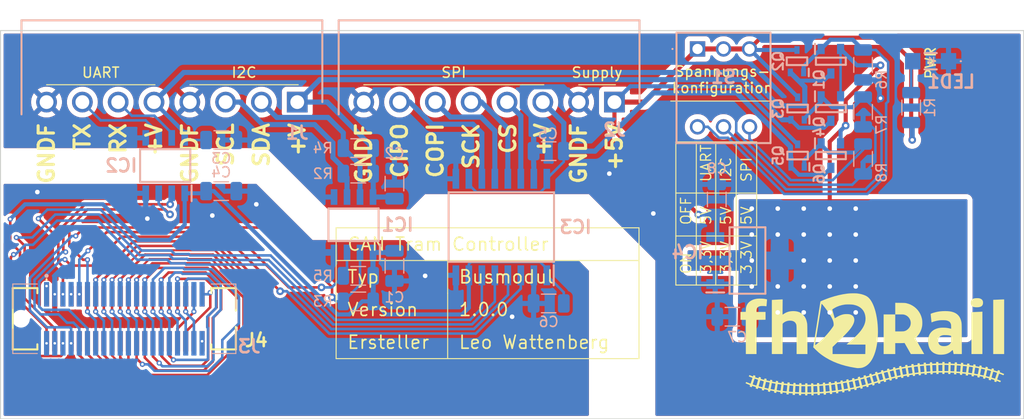
<source format=kicad_pcb>
(kicad_pcb (version 20241229) (generator "pcbnew") (generator_version "9.0")
  (layers (0 "F.Cu" signal) (2 "B.Cu" signal) (13 "F.Paste" user) (15 "B.Paste" user) (5 "F.SilkS" user "F.Silkscreen") (7 "B.SilkS" user "B.Silkscreen") (1 "F.Mask" user) (3 "B.Mask" user) (25 "Edge.Cuts" user))
  (net 0 "")
  (net 1 "GNDD")
  (net 2 "GNDF")
  (net 3 "V+_I2C")
  (net 4 "V+_UART")
  (net 5 "V+_SPI")
  (net 6 "+5VF")
  (net 7 "/SDA2")
  (net 8 "/SCL2")
  (net 9 "/SDA")
  (net 11 "/SCL")
  (net 14 "Net-(LED1-Pad2)")
  (net 15 "+3V3D")
  (net 16 "/VS_UART")
  (net 17 "/VS_I2C")
  (net 18 "/TX2")
  (net 19 "TX1")
  (net 20 "/RX2")
  (net 21 "RX1")
  (net 22 "/SCK2")
  (net 23 "/CS1")
  (net 24 "/CIPO1")
  (net 25 "/SCK1")
  (net 26 "/COPI2")
  (net 27 "/COPI1")
  (net 28 "/CS2")
  (net 29 "/CIPO2")
  (net 30 "Net-(J3-Pad28)")
  (net 31 "Net-(J3-Pad36)")
  (net 32 "Net-(J3-Pad22)")
  (net 33 "Net-(J3-Pad19)")
  (net 34 "Net-(J3-Pad38)")
  (net 35 "Net-(J3-Pad14)")
  (net 36 "Net-(J3-Pad40)")
  (net 37 "Net-(J3-Pad24)")
  (net 38 "Net-(J3-Pad15)")
  (net 39 "Net-(J3-Pad30)")
  (net 40 "Net-(J3-Pad16)")
  (net 41 "Net-(J3-Pad17)")
  (net 42 "Net-(J3-Pad33)")
  (net 43 "Net-(J3-Pad31)")
  (net 44 "+5VD")
  (net 45 "Net-(J3-Pad20)")
  (net 46 "Net-(J3-Pad13)")
  (net 47 "INT")
  (net 48 "Net-(J3-Pad26)")
  (net 49 "Net-(J3-Pad29)")
  (net 50 "Net-(J3-Pad27)")
  (net 51 "Net-(J3-Pad18)")
  (net 52 "Net-(J3-Pad21)")
  (net 53 "Net-(J3-Pad37)")
  (net 54 "Net-(J3-Pad25)")
  (net 55 "Net-(J3-Pad32)")
  (net 56 "Net-(J3-Pad39)")
  (net 57 "Net-(J3-Pad23)")
  (net 58 "Net-(J3-Pad34)")
  (net 59 "Net-(J3-Pad35)")
  (net 60 "+3V3F")
  (net 61 "/VS_SPI")
  (footprint "SamacSys_Parts:658855603040" (layer "F.Cu") (at 112.1 95.2)
    (property "Reference" "J4")
    (property "Value" "658855603040" (hide yes))
  )
  (footprint "SamacSys_Parts:fh2rail_Logo" (layer "F.Cu") (at 185.2 97.7)
    (property "Reference" "G***" (hide yes))
    (property "Value" "LOGO" (hide yes))
  )
  (footprint "SamacSys_Parts:SHDRRA8W80P0X350_1X8_2940X920X690P" (layer "B.Cu") (at 129 74 180)
    (property "Reference" "J1")
    (property "Value" "39502-1008" (hide yes))
  )
  (footprint "Resistor_SMD:R_1206_3216Metric" (layer "B.Cu") (at 134.9625 91 180)
    (property "Reference" "R5")
    (property "Value" "1k")
  )
  (footprint "SamacSys_Parts:156120GS75000" (layer "B.Cu") (at 190.9 70 180)
    (property "Reference" "LED1")
    (property "Value" "156120GS75000" (hide yes))
  )
  (footprint "SamacSys_Parts:SOT65P210X100-3N" (layer "B.Cu") (at 177.9 79.2325 90)
    (property "Reference" "Q5")
    (property "Value" "BSS223PWH6327XTSA1" (hide yes))
  )
  (footprint "SamacSys_Parts:DS02C2541L03BE" (layer "B.Cu") (at 168.12 68.8)
    (property "Reference" "S1")
    (property "Value" "DS02C-254-1L-03BE" (hide yes))
  )
  (footprint "SamacSys_Parts:SOT95P240X120-3N" (layer "B.Cu") (at 181.15 74.6325 -90)
    (property "Reference" "Q4")
    (property "Value" "2N7002K" (hide yes))
  )
  (footprint "Resistor_SMD:R_1206_3216Metric" (layer "B.Cu") (at 184.3 70.3625 90)
    (property "Reference" "R6")
    (property "Value" "10k")
  )
  (footprint "Resistor_SMD:R_1206_3216Metric" (layer "B.Cu") (at 184.3 79.5625 90)
    (property "Reference" "R8")
    (property "Value" "10k")
  )
  (footprint "Capacitor_SMD:C_1206_3216Metric" (layer "B.Cu") (at 153.575 78.8)
    (property "Reference" "C5")
    (property "Value" "100n")
  )
  (footprint "SamacSys_Parts:SOIC127P600X175-8N" (layer "B.Cu") (at 134.5 86 90)
    (property "Reference" "IC1")
    (property "Value" "ISO1540DR" (hide yes))
  )
  (footprint "SamacSys_Parts:658801103040" (layer "B.Cu") (at 112.1 95.2)
    (property "Reference" "J3")
    (property "Value" "658801103040" (hide yes))
  )
  (footprint "Capacitor_SMD:C_1206_3216Metric" (layer "B.Cu") (at 138.5 81.975 -90)
    (property "Reference" "C2")
    (property "Value" "100n")
  )
  (footprint "SamacSys_Parts:SOT95P240X120-3N" (layer "B.Cu") (at 181.15 79.2325 -90)
    (property "Reference" "Q6")
    (property "Value" "2N7002K" (hide yes))
  )
  (footprint "Capacitor_SMD:C_1206_3216Metric" (layer "B.Cu") (at 138.5 90.025 -90)
    (property "Reference" "C1")
    (property "Value" "100n")
  )
  (footprint "SamacSys_Parts:SOT95P240X120-3N" (layer "B.Cu") (at 181.15 70 -90)
    (property "Reference" "Q1")
    (property "Value" "2N7002K" (hide yes))
  )
  (footprint "Capacitor_SMD:C_1206_3216Metric" (layer "B.Cu") (at 171.525 95 180)
    (property "Reference" "C7")
    (property "Value" "2,2u")
  )
  (footprint "SamacSys_Parts:SOT230P700X180-4N" (layer "B.Cu") (at 173 89.5)
    (property "Reference" "IC4")
    (property "Value" "TLV76133DCYR" (hide yes))
  )
  (footprint "Capacitor_SMD:C_1206_3216Metric" (layer "B.Cu") (at 170 83.525 90)
    (property "Reference" "C8")
    (property "Value" "1u")
  )
  (footprint "Capacitor_SMD:C_1206_3216Metric" (layer "B.Cu") (at 153.575 93.7 180)
    (property "Reference" "C6")
    (property "Value" "100n")
  )
  (footprint "SamacSys_Parts:SHDRRA8W80P0X350_1X8_2940X920X690P" (layer "B.Cu") (at 160 74 180)
    (property "Reference" "J2")
    (property "Value" "39502-1008" (hide yes))
  )
  (footprint "SamacSys_Parts:SOIC127P1030X265-16N" (layer "B.Cu") (at 148.945 86.225 90)
    (property "Reference" "IC3")
    (property "Value" "ISO6741FQDWRQ1" (hide yes))
  )
  (footprint "Resistor_SMD:R_1206_3216Metric" (layer "B.Cu") (at 134.9625 78.5 180)
    (property "Reference" "R4")
    (property "Value" "1k")
  )
  (footprint "SamacSys_Parts:SOT65P210X100-3N" (layer "B.Cu") (at 177.84 70 90)
    (property "Reference" "Q2")
    (property "Value" "BSS223PWH6327XTSA1" (hide yes))
  )
  (footprint "Capacitor_SMD:C_1206_3216Metric" (layer "B.Cu") (at 121.57 77.711)
    (property "Reference" "C3")
    (property "Value" "100n")
  )
  (footprint "SamacSys_Parts:SOIC127P600X175-8N" (layer "B.Cu") (at 116.095 80.211 90)
    (property "Reference" "IC2")
    (property "Value" "ISO7721FDR" (hide yes))
  )
  (footprint "Resistor_SMD:R_1206_3216Metric" (layer "B.Cu") (at 134.9625 81 180)
    (property "Reference" "R2")
    (property "Value" "1k")
  )
  (footprint "Resistor_SMD:R_1206_3216Metric" (layer "B.Cu") (at 184.3 74.9625 90)
    (property "Reference" "R7")
    (property "Value" "10k")
  )
  (footprint "Capacitor_SMD:C_1206_3216Metric" (layer "B.Cu") (at 121.57 82.711 180)
    (property "Reference" "C4")
    (property "Value" "100n")
  )
  (footprint "Resistor_SMD:R_1206_3216Metric" (layer "B.Cu") (at 189 74.5375 90)
    (property "Reference" "R1")
    (property "Value" "470")
  )
  (footprint "Resistor_SMD:R_1206_3216Metric" (layer "B.Cu") (at 134.9625 93.5 180)
    (property "Reference" "R3")
    (property "Value" "1k")
  )
  (footprint "SamacSys_Parts:SOT65P210X100-3N" (layer "B.Cu") (at 177.9 74.6325 90)
    (property "Reference" "Q3")
    (property "Value" "BSS223PWH6327XTSA1" (hide yes))
  )
  (gr_line (start 165.5 73.9) (end 175.6 73.9) (stroke (width 0.1)) (layer "F.SilkS"))
  (gr_line (start 104.5 72.3) (end 115.1 72.3) (stroke (width 0.1)) (layer "F.SilkS"))
  (gr_line (start 156.5 72.3) (end 160.1 72.3) (stroke (width 0.1)) (layer "F.SilkS"))
  (gr_line (start 135.5 72.3) (end 153.1 72.3) (stroke (width 0.1)) (layer "F.SilkS"))
  (gr_line (start 118.5 72.3) (end 129.1 72.3) (stroke (width 0.1)) (layer "F.SilkS"))
  (gr_rect (start 100 67) (end 200 105) (stroke (width 0.1)) (fill no) (layer "Edge.Cuts"))
  (gr_text "I2C" (at 123.8 71.7 0) (layer "F.SilkS") (effects (font (size 1 1)) (justify bottom)))
  (gr_text "CS" (at 149.6 75.9 90) (layer "F.SilkS") (effects (font (size 1.5 1.5) (thickness 0.3) (bold yes)) (justify right)))
  (gr_text "RX" (at 111.5 75.9 90) (layer "F.SilkS") (effects (font (size 1.5 1.5) (thickness 0.3) (bold yes)) (justify right)))
  (gr_text "GNDF" (at 118.5 75.9 90) (layer "F.SilkS") (effects (font (size 1.5 1.5) (thickness 0.3) (bold yes)) (justify right)))
  (gr_text "SPI" (at 144.3 71.7 0) (layer "F.SilkS") (effects (font (size 1 1)) (justify bottom)))
  (gr_text "GNDF" (at 156.5 75.9 90) (layer "F.SilkS") (effects (font (size 1.5 1.5) (thickness 0.3) (bold yes)) (justify right)))
  (gr_text "CIPO" (at 139 75.9 90) (layer "F.SilkS") (effects (font (size 1.5 1.5) (thickness 0.3) (bold yes)) (justify right)))
  (gr_text "COPI" (at 142.5 75.9 90) (layer "F.SilkS") (effects (font (size 1.5 1.5) (thickness 0.3) (bold yes)) (justify right)))
  (gr_text "+5V" (at 160 75.9 90) (layer "F.SilkS") (effects (font (size 1.5 1.5) (thickness 0.3) (bold yes)) (justify right)))
  (gr_text "Supply" (at 158.3 71.7 0) (layer "F.SilkS") (effects (font (size 1 1)) (justify bottom)))
  (gr_text "UART" (at 109.8 71.7 0) (layer "F.SilkS") (effects (font (size 1 1)) (justify bottom)))
  (gr_text "GNDF" (at 104.5 75.9 90) (layer "F.SilkS") (effects (font (size 1.5 1.5) (thickness 0.3) (bold yes)) (justify right)))
  (gr_text "SCL" (at 122 75.9 90) (layer "F.SilkS") (effects (font (size 1.5 1.5) (thickness 0.3) (bold yes)) (justify right)))
  (gr_text "SDA" (at 125.5 75.9 90) (layer "F.SilkS") (effects (font (size 1.5 1.5) (thickness 0.3) (bold yes)) (justify right)))
  (gr_text "Spannungs-\nkonfiguration" (at 170.55 73.2 0) (layer "F.SilkS") (effects (font (size 1 1)) (justify bottom)))
  (gr_text "+V\n" (at 153 75.9 90) (layer "F.SilkS") (effects (font (size 1.5 1.5) (thickness 0.3) (bold yes)) (justify right)))
  (gr_text "+V" (at 115 75.9 90) (layer "F.SilkS") (effects (font (size 1.5 1.5) (thickness 0.3) (bold yes)) (justify right)))
  (gr_text "SCK" (at 146 75.9 90) (layer "F.SilkS") (effects (font (size 1.5 1.5) (thickness 0.3) (bold yes)) (justify right)))
  (gr_text "PWR" (at 190.9 68.5 90) (layer "F.SilkS") (effects (font (size 1 1)) (justify right)))
  (gr_text "+V" (at 129 75.9 90) (layer "F.SilkS") (effects (font (size 1.5 1.5) (thickness 0.3) (bold yes)) (justify right)))
  (gr_text "TX" (at 108 75.9 90) (layer "F.SilkS") (effects (font (size 1.5 1.5) (thickness 0.3) (bold yes)) (justify right)))
  (gr_text "GNDF" (at 135.5 75.9 90) (layer "F.SilkS") (effects (font (size 1.5 1.5) (thickness 0.3) (bold yes)) (justify right)))
  (table (column_count 3) (layer "F.SilkS") (border (external yes) (header yes) (stroke (width 0.1))) (separators (rows yes) (cols yes) (stroke (width 0.1))) (column_widths 4.8 4.2 5) (row_heights 2 1.9 2 2) (cells (table_cell "ON" (start 166 91.9) (end 168 87.1) (margins 1.0025 1.0025 1.0025 1.0025) (span 1 1) (angle 90) (layer "F.SilkS") (effects (font (size 1 1)) (justify left))) (table_cell "OFF" (start 166 87.1) (end 168 82.9) (margins 1.0025 1.0025 1.0025 1.0025) (span 1 1) (angle 90) (layer "F.SilkS") (effects (font (size 1 1)) (justify left))) (table_cell "" (start 166 82.9) (end 168 77.9) (margins 1.0025 1.0025 1.0025 1.0025) (span 1 1) (angle 90) (layer "F.SilkS") (effects (font (size 1.27 1.27)) (justify left))) (table_cell "3,3V" (start 168 91.9) (end 169.9 87.1) (margins 1.0025 1.0025 1.0025 1.0025) (span 1 1) (angle 90) (layer "F.SilkS") (effects (font (size 1 1)) (justify left))) (table_cell "5V" (start 168 87.1) (end 169.9 82.9) (margins 1.0025 1.0025 1.0025 1.0025) (span 1 1) (angle 90) (layer "F.SilkS") (effects (font (size 1 1)) (justify left))) (table_cell "UART" (start 168 82.9) (end 169.9 77.9) (margins 1.0025 1.0025 1.0025 1.0025) (span 1 1) (angle 90) (layer "F.SilkS") (effects (font (size 1 1)) (justify left))) (table_cell "3,3V" (start 169.9 91.9) (end 171.9 87.1) (margins 1.0025 1.0025 1.0025 1.0025) (span 1 1) (angle 90) (layer "F.SilkS") (effects (font (size 1 1)) (justify left))) (table_cell "5V" (start 169.9 87.1) (end 171.9 82.9) (margins 1.0025 1.0025 1.0025 1.0025) (span 1 1) (angle 90) (layer "F.SilkS") (effects (font (size 1 1)) (justify left))) (table_cell "I2C" (start 169.9 82.9) (end 171.9 77.9) (margins 1.0025 1.0025 1.0025 1.0025) (span 1 1) (angle 90) (layer "F.SilkS") (effects (font (size 1 1)) (justify left))) (table_cell "3,3V" (start 171.9 91.9) (end 173.9 87.1) (margins 1.0025 1.0025 1.0025 1.0025) (span 1 1) (angle 90) (layer "F.SilkS") (effects (font (size 1 1)) (justify left))) (table_cell "5V" (start 171.9 87.1) (end 173.9 82.9) (margins 1.0025 1.0025 1.0025 1.0025) (span 1 1) (angle 90) (layer "F.SilkS") (effects (font (size 1 1)) (justify left))) (table_cell "SPI" (start 171.9 82.9) (end 173.9 77.9) (margins 1.0025 1.0025 1.0025 1.0025) (span 1 1) (angle 90) (layer "F.SilkS") (effects (font (size 1 1)) (justify left)))))
  (table (column_count 2) (layer "F.SilkS") (border (external yes) (header yes) (stroke (width 0.1))) (separators (rows no) (cols yes) (stroke (width 0.1))) (column_widths 10.9 18.7) (row_heights 3.2 3.2 3.2 3.2) (cells (table_cell "CAN Tram Controller" (start 132.8 86.3) (end 162.4 89.5) (margins 1.0025 1.0025 1.0025 1.0025) (span 2 1) (layer "F.SilkS") (effects (font (size 1.27 1.27)) (justify left))) (table_cell "" (start 143.7 86.3) (end 162.4 89.5) (margins 1.0025 1.0025 1.0025 1.0025) (span 0 0) (layer "F.SilkS") (effects (font (size 1.27 1.27)) (justify left))) (table_cell "Typ" (start 132.8 89.5) (end 143.7 92.7) (margins 1.0025 1.0025 1.0025 1.0025) (span 1 1) (layer "F.SilkS") (effects (font (size 1.27 1.27)) (justify left))) (table_cell "Busmodul" (start 143.7 89.5) (end 162.4 92.7) (margins 1.0025 1.0025 1.0025 1.0025) (span 1 1) (layer "F.SilkS") (effects (font (size 1.27 1.27)) (justify left))) (table_cell "Version" (start 132.8 92.7) (end 143.7 95.9) (margins 1.0025 1.0025 1.0025 1.0025) (span 1 1) (layer "F.SilkS") (effects (font (size 1.27 1.27)) (justify left))) (table_cell "1.0.0" (start 143.7 92.7) (end 162.4 95.9) (margins 1.0025 1.0025 1.0025 1.0025) (span 1 1) (layer "F.SilkS") (effects (font (size 1.27 1.27)) (justify left))) (table_cell "Ersteller" (start 132.8 95.9) (end 143.7 99.1) (margins 1.0025 1.0025 1.0025 1.0025) (span 1 1) (layer "F.SilkS") (effects (font (size 1.27 1.27)) (justify left))) (table_cell "Leo Wattenberg" (start 143.7 95.9) (end 162.4 99.1) (margins 1.0025 1.0025 1.0025 1.0025) (span 1 1) (layer "F.SilkS") (effects (font (size 1.27 1.27)) (justify left)))))
  (segment (start 105.3 92.8) (end 105.3 91.85) (width 0.25) (layer "F.Cu") (net 1))
  (segment (start 103.256001 87.756001) (end 101.975 86.475) (width 0.25) (layer "F.Cu") (net 1))
  (segment (start 103.256001 89.806001) (end 103.256001 87.756001) (width 0.25) (layer "F.Cu") (net 1))
  (segment (start 101.975 86.475) (end 101.975 86.4) (width 0.25) (layer "F.Cu") (net 1))
  (segment (start 105.3 91.85) (end 103.256001 89.806001) (width 0.25) (layer "F.Cu") (net 1))
  (via (at 103.6 82.8) (size 1) (drill 0.45) (layers "F.Cu" "B.Cu") (net 1))
  (via (at 150 95) (size 1) (drill 0.45) (layers "F.Cu" "B.Cu") (net 1))
  (via (at 125 84) (size 1) (drill 0.45) (layers "F.Cu" "B.Cu") (net 1))
  (via (at 114.35 85.4) (size 1) (drill 0.45) (layers "F.Cu" "B.Cu") (net 1))
  (via (at 105.3 92.8) (size 0.5) (drill 0.25) (layers "F.Cu" "B.Cu") (net 1))
  (via (at 141.5 91) (size 1) (drill 0.45) (layers "F.Cu" "B.Cu") (net 1))
  (via (at 120.7 85.1) (size 1) (drill 0.45) (layers "F.Cu" "B.Cu") (net 1))
  (segment (start 152.1 93.7) (end 152.1 90.97) (width 0.25) (layer "B.Cu") (net 1))
  (via (at 186 73.625) (size 0.75) (drill 0.35) (layers "F.Cu" "B.Cu") (net 2))
  (via (at 163.8 84.9) (size 1) (drill 0.45) (layers "F.Cu" "B.Cu") (net 2))
  (via (at 159.5 81) (size 1) (drill 0.45) (layers "F.Cu" "B.Cu") (net 2))
  (segment (start 185.175 76.425) (end 185.501 76.751) (width 0.25) (layer "B.Cu") (net 2))
  (segment (start 171.9 76.936396) (end 171.9 75.5) (width 0.25) (layer "B.Cu") (net 2))
  (segment (start 152.1 78.8) (end 152.1 75.61005) (width 0.5) (layer "B.Cu") (net 2))
  (segment (start 177.049104 82.0855) (end 171.9 76.936396) (width 0.25) (layer "B.Cu") (net 2))
  (segment (start 155.001 72.501) (end 156.5 74) (width 0.5) (layer "B.Cu") (net 2))
  (segment (start 185.501 79.824) (end 184.3 81.025) (width 0.25) (layer "B.Cu") (net 2))
  (segment (start 185.501 76.751) (end 185.501 79.824) (width 0.25) (layer "B.Cu") (net 2))
  (segment (start 166.6 80.2) (end 168.45 82.05) (width 0.25) (layer "B.Cu") (net 2))
  (segment (start 185.2 71.825) (end 186 72.625) (width 0.25) (layer "B.Cu") (net 2))
  (segment (start 108 77.5) (end 104.5 74) (width 0.25) (layer "B.Cu") (net 2))
  (segment (start 171.3 74.9) (end 167.4 74.9) (width 0.25) (layer "B.Cu") (net 2))
  (segment (start 152.1 75.61005) (end 151 74.51005) (width 0.5) (layer "B.Cu") (net 2))
  (segment (start 184.3 81.025) (end 183.2395 82.0855) (width 0.25) (layer "B.Cu") (net 2))
  (segment (start 186 72.625) (end 186 73.625) (width 0.25) (layer "B.Cu") (net 2))
  (segment (start 151 72.501) (end 155.001 72.501) (width 0.5) (layer "B.Cu") (net 2))
  (segment (start 184.3 76.425) (end 185.175 76.425) (width 0.25) (layer "B.Cu") (net 2))
  (segment (start 166.6 75.7) (end 166.6 80.2) (width 0.25) (layer "B.Cu") (net 2))
  (segment (start 168.45 82.05) (end 170 82.05) (width 0.25) (layer "B.Cu") (net 2))
  (segment (start 114.19 77.5) (end 108 77.5) (width 0.25) (layer "B.Cu") (net 2))
  (segment (start 151 74.51005) (end 151 72.501) (width 0.5) (layer "B.Cu") (net 2))
  (segment (start 183.2395 82.0855) (end 177.049104 82.0855) (width 0.25) (layer "B.Cu") (net 2))
  (segment (start 171.9 75.5) (end 171.3 74.9) (width 0.25) (layer "B.Cu") (net 2))
  (segment (start 152.1 78.8) (end 152.1 81.48) (width 0.25) (layer "B.Cu") (net 2))
  (segment (start 167.4 74.9) (end 166.6 75.7) (width 0.25) (layer "B.Cu") (net 2))
  (segment (start 184.3 71.825) (end 185.2 71.825) (width 0.25) (layer "B.Cu") (net 2))
  (segment (start 176.419239 75.7325) (end 175.746239 75.0595) (width 0.5) (layer "B.Cu") (net 3))
  (segment (start 175.744824 75.0595) (end 172.486324 71.801) (width 0.5) (layer "B.Cu") (net 3))
  (segment (start 131.199 71.801) (end 129 74) (width 0.5) (layer "B.Cu") (net 3))
  (segment (start 129 74) (end 131.925 74) (width 0.5) (layer "B.Cu") (net 3))
  (segment (start 136.405 83.289) (end 138.339 83.289) (width 0.5) (layer "B.Cu") (net 3))
  (segment (start 136.425 78.5) (end 136.425 81) (width 0.5) (layer "B.Cu") (net 3))
  (segment (start 178.026 76.5085) (end 180.474 76.5085) (width 0.4) (layer "B.Cu") (net 3))
  (segment (start 131.925 74) (end 136.425 78.5) (width 0.5) (layer "B.Cu") (net 3))
  (segment (start 177.25 75.7325) (end 176.419239 75.7325) (width 0.5) (layer "B.Cu") (net 3))
  (segment (start 177.25 75.7325) (end 178.026 76.5085) (width 0.4) (layer "B.Cu") (net 3))
  (segment (start 172.486324 71.801) (end 131.199 71.801) (width 0.5) (layer "B.Cu") (net 3))
  (segment (start 136.425 81) (end 136.425 83.269) (width 0.5) (layer "B.Cu") (net 3))
  (segment (start 180.474 76.5085) (end 181.15 75.8325) (width 0.4) (layer "B.Cu") (net 3))
  (segment (start 175.746239 75.0595) (end 175.744824 75.0595) (width 0.5) (layer "B.Cu") (net 3))
  (segment (start 118 77) (end 115 74) (width 0.4) (layer "B.Cu") (net 4))
  (segment (start 177.965 71.9) (end 177.19 71.125) (width 0.4) (layer "B.Cu") (net 4))
  (segment (start 120.095 77.711) (end 118.211 77.711) (width 0.25) (layer "B.Cu") (net 4))
  (segment (start 117.9 71.1) (end 115 74) (width 0.5) (layer "B.Cu") (net 4))
  (segment (start 180.45 71.9) (end 177.965 71.9) (width 0.4) (layer "B.Cu") (net 4))
  (segment (start 176.035188 74.3585) (end 172.776688 71.1) (width 0.5) (layer "B.Cu") (net 4))
  (segment (start 178.601 74.3585) (end 176.035188 74.3585) (width 0.5) (layer "B.Cu") (net 4))
  (segment (start 172.776688 71.1) (end 117.9 71.1) (width 0.5) (layer "B.Cu") (net 4))
  (segment (start 181.15 71.2) (end 180.45 71.9) (width 0.4) (layer "B.Cu") (net 4))
  (segment (start 178.601 72.511) (end 178.601 74.3585) (width 0.5) (layer "B.Cu") (net 4))
  (segment (start 118.211 77.711) (end 118 77.5) (width 0.25) (layer "B.Cu") (net 4))
  (segment (start 177.19 71.1) (end 178.601 72.511) (width 0.5) (layer "B.Cu") (net 4))
  (segment (start 177.25 80.3325) (end 178.026 81.1085) (width 0.4) (layer "B.Cu") (net 5))
  (segment (start 163.799 73.101) (end 158.1 78.8) (width 0.5) (layer "B.Cu") (net 5))
  (segment (start 153.39 82.182) (end 152.771 82.801) (width 0.25) (layer "B.Cu") (net 5))
  (segment (start 155.05 76.05) (end 155.05 78.8) (width 0.5) (layer "B.Cu") (net 5))
  (segment (start 177.25 80.3325) (end 177.25 79.4575) (width 0.5) (layer "B.Cu") (net 5))
  (segment (start 177.199 79.4065) (end 177.199 78.352154) (width 0.5) (layer "B.Cu") (net 5))
  (segment (start 178.026 81.1085) (end 180.474 81.1085) (width 0.4) (layer "B.Cu") (net 5))
  (segment (start 158.1 78.8) (end 155.05 78.8) (width 0.5) (layer "B.Cu") (net 5))
  (segment (start 177.25 79.4575) (end 177.199 79.4065) (width 0.5) (layer "B.Cu") (net 5))
  (segment (start 153 74) (end 155.05 76.05) (width 0.5) (layer "B.Cu") (net 5))
  (segment (start 155.05 79.84) (end 153.39 81.5) (width 0.25) (layer "B.Cu") (net 5))
  (segment (start 146.501 82.801) (end 145.77 82.07) (width 0.25) (layer "B.Cu") (net 5))
  (segment (start 171.947846 73.101) (end 163.799 73.101) (width 0.5) (layer "B.Cu") (net 5))
  (segment (start 155.05 78.8) (end 155.05 79.84) (width 0.25) (layer "B.Cu") (net 5))
  (segment (start 152.771 82.801) (end 146.501 82.801) (width 0.25) (layer "B.Cu") (net 5))
  (segment (start 180.474 81.1085) (end 181.15 80.4325) (width 0.4) (layer "B.Cu") (net 5))
  (segment (start 177.199 78.352154) (end 171.947846 73.101) (width 0.5) (layer "B.Cu") (net 5))
  (segment (start 173.2 68.8) (end 174.3 67.7) (width 0.4) (layer "F.Cu") (net 6))
  (segment (start 160 74) (end 162.92 74) (width 0.5) (layer "F.Cu") (net 6))
  (segment (start 160 74) (end 160 76.8) (width 0.4) (layer "F.Cu") (net 6))
  (segment (start 186.8 67.7) (end 189 69.9) (width 0.4) (layer "F.Cu") (net 6))
  (segment (start 160 76.8) (end 168.2 85) (width 0.4) (layer "F.Cu") (net 6))
  (segment (start 162.92 74) (end 168.12 68.8) (width 0.5) (layer "F.Cu") (net 6))
  (segment (start 170.66 68.8) (end 173.2 68.8) (width 0.5) (layer "F.Cu") (net 6))
  (segment (start 189 69.9) (end 189 77.6) (width 0.4) (layer "F.Cu") (net 6))
  (segment (start 168.12 68.8) (end 170.66 68.8) (width 0.5) (layer "F.Cu") (net 6))
  (segment (start 174.3 67.7) (end 186.8 67.7) (width 0.4) (layer "F.Cu") (net 6))
  (segment (start 189 77.6) (end 189.1 77.7) (width 0.4) (layer "F.Cu") (net 6))
  (via (at 168.2 85) (size 0.75) (drill 0.35) (layers "F.Cu" "B.Cu") (net 6))
  (via (at 189.1 77.7) (size 0.75) (drill 0.35) (layers "F.Cu" "B.Cu") (net 6))
  (segment (start 172.217086 72.451) (end 175.475586 75.7095) (width 0.4) (layer "B.Cu") (net 6))
  (segment (start 173.2 68.8) (end 173.2 68.8325) (width 0.4) (layer "B.Cu") (net 6))
  (segment (start 160 74) (end 161.549 72.451) (width 0.4) (layer "B.Cu") (net 6))
  (segment (start 173.7 68.9) (end 177.84 68.9) (width 0.4) (layer "B.Cu") (net 6))
  (segment (start 177.9 73.5) (end 173.2 68.8) (width 0.4) (layer "B.Cu") (net 6))
  (segment (start 189.1 77.7) (end 189.1 76.1) (width 0.5) (layer "B.Cu") (net 6))
  (segment (start 168.2 85) (end 170 85) (width 0.4) (layer "B.Cu") (net 6))
  (segment (start 161.549 72.451) (end 172.217086 72.451) (width 0.4) (layer "B.Cu") (net 6))
  (segment (start 170 85) (end 170 87.05) (width 0.5) (layer "B.Cu") (net 6))
  (segment (start 177.9 73.5325) (end 177.9 73.5) (width 0.4) (layer "B.Cu") (net 6))
  (segment (start 173.6 68.8) (end 173.7 68.9) (width 0.4) (layer "B.Cu") (net 6))
  (segment (start 175.475586 75.7095) (end 175.477 75.7095) (width 0.4) (layer "B.Cu") (net 6))
  (segment (start 175.477 75.7095) (end 177.9 78.1325) (width 0.4) (layer "B.Cu") (net 6))
  (segment (start 189.1 76.1) (end 189 76) (width 0.5) (layer "B.Cu") (net 6))
  (segment (start 173.2 68.8) (end 173.6 68.8) (width 0.4) (layer "B.Cu") (net 6))
  (segment (start 135.135 80.135) (end 133.5 78.5) (width 0.5) (layer "B.Cu") (net 7))
  (segment (start 133.5 78.5) (end 133.5 77) (width 0.5) (layer "B.Cu") (net 7))
  (segment (start 135.135 83.289) (end 135.135 80.135) (width 0.5) (layer "B.Cu") (net 7))
  (segment (start 127 75.5) (end 125.5 74) (width 0.5) (layer "B.Cu") (net 7))
  (segment (start 133.5 77) (end 132 75.5) (width 0.5) (layer "B.Cu") (net 7))
  (segment (start 132 75.5) (end 127 75.5) (width 0.5) (layer "B.Cu") (net 7))
  (segment (start 125.631298 76.201) (end 130.701 76.201) (width 0.5) (layer "B.Cu") (net 8))
  (segment (start 123.5 74) (end 123.5 74.069702) (width 0.5) (layer "B.Cu") (net 8))
  (segment (start 133.865 83.289) (end 133.865 81.365) (width 0.5) (layer "B.Cu") (net 8))
  (segment (start 123.5 74.069702) (end 125.631298 76.201) (width 0.5) (layer "B.Cu") (net 8))
  (segment (start 130.701 76.201) (end 132.4865 77.9865) (width 0.5) (layer "B.Cu") (net 8))
  (segment (start 122 74) (end 123.5 74) (width 0.5) (layer "B.Cu") (net 8))
  (segment (start 132.4865 79.422292) (end 133.5 80.435792) (width 0.5) (layer "B.Cu") (net 8))
  (segment (start 133.865 81.365) (end 133.5 81) (width 0.5) (layer "B.Cu") (net 8))
  (segment (start 132.4865 77.9865) (end 132.4865 79.422292) (width 0.5) (layer "B.Cu") (net 8))
  (segment (start 108.175 86.275) (end 107.35 87.1) (width 0.25) (layer "F.Cu") (net 9))
  (segment (start 132.400824 92.100824) (end 126.575 86.275) (width 0.25) (layer "F.Cu") (net 9))
  (segment (start 132.400824 93.099176) (end 132.400824 92.100824) (width 0.25) (layer "F.Cu") (net 9))
  (segment (start 126.575 86.275) (end 108.175 86.275) (width 0.25) (layer "F.Cu") (net 9))
  (via (at 107.35 87.1) (size 0.5) (drill 0.25) (layers "F.Cu" "B.Cu") (net 9))
  (via (at 132.400824 93.099176) (size 0.75) (drill 0.35) (layers "F.Cu" "B.Cu") (net 9))
  (via (at 106.9 97.6) (size 0.5) (drill 0.25) (layers "F.Cu" "B.Cu") (net 9))
  (segment (start 133.5 93.5) (end 132.801648 93.5) (width 0.25) (layer "B.Cu") (net 9))
  (segment (start 104.533169 96.033169) (end 102.873998 94.373998) (width 0.25) (layer "B.Cu") (net 9))
  (segment (start 106.783169 96.033169) (end 104.533169 96.033169) (width 0.25) (layer "B.Cu") (net 9))
  (segment (start 135.135 88.711) (end 135.135 91.865) (width 0.25) (layer "B.Cu") (net 9))
  (segment (start 102.873998 91.207982) (end 106.98198 87.1) (width 0.25) (layer "B.Cu") (net 9))
  (segment (start 106.98198 87.1) (end 107.35 87.1) (width 0.25) (layer "B.Cu") (net 9))
  (segment (start 106.9 97.6) (end 106.9 96.15) (width 0.25) (layer "B.Cu") (net 9))
  (segment (start 132.801648 93.5) (end 132.400824 93.099176) (width 0.25) (layer "B.Cu") (net 9))
  (segment (start 106.9 96.15) (end 106.783169 96.033169) (width 0.25) (layer "B.Cu") (net 9))
  (segment (start 135.135 91.865) (end 133.5 93.5) (width 0.25) (layer "B.Cu") (net 9))
  (segment (start 102.873998 94.373998) (end 102.873998 91.207982) (width 0.25) (layer "B.Cu") (net 9))
  (segment (start 128.167767 92.130331) (end 122.762436 86.725) (width 0.25) (layer "F.Cu") (net 11))
  (segment (start 122.762436 86.725) (end 110.375 86.725) (width 0.25) (layer "F.Cu") (net 11))
  (segment (start 110.375 86.725) (end 108.55 88.55) (width 0.25) (layer "F.Cu") (net 11))
  (segment (start 131.369669 92.130331) (end 128.167767 92.130331) (width 0.25) (layer "F.Cu") (net 11))
  (via (at 131.369669 92.130331) (size 0.75) (drill 0.35) (layers "F.Cu" "B.Cu") (net 11))
  (via (at 107.7 92.8) (size 0.5) (drill 0.25) (layers "F.Cu" "B.Cu") (net 11))
  (via (at 108.55 88.55) (size 0.5) (drill 0.25) (layers "F.Cu" "B.Cu") (net 11))
  (segment (start 107.7 92.8) (end 107.7 89.4) (width 0.25) (layer "B.Cu") (net 11))
  (segment (start 132.369669 92.130331) (end 131.369669 92.130331) (width 0.25) (layer "B.Cu") (net 11))
  (segment (start 107.7 89.4) (end 108.55 88.55) (width 0.25) (layer "B.Cu") (net 11))
  (segment (start 133.865 88.711) (end 133.865 90.635) (width 0.25) (layer "B.Cu") (net 11))
  (segment (start 133.5 91) (end 132.369669 92.130331) (width 0.25) (layer "B.Cu") (net 11))
  (segment (start 189 73.075) (end 189 70.15) (width 0.25) (layer "B.Cu") (net 14))
  (segment (start 100.95 87.70149) (end 100.95 85.45) (width 0.25) (layer "F.Cu") (net 15))
  (segment (start 101.906001 93.531169) (end 101.906001 88.657491) (width 0.25) (layer "F.Cu") (net 15))
  (segment (start 104.5 96.125168) (end 101.906001 93.531169) (width 0.25) (layer "F.Cu") (net 15))
  (segment (start 101.906001 88.657491) (end 100.95 87.70149) (width 0.25) (layer "F.Cu") (net 15))
  (segment (start 104.5 97.4) (end 104.5 96.125168) (width 0.25) (layer "F.Cu") (net 15))
  (via (at 100.95 85.45) (size 0.5) (drill 0.25) (layers "F.Cu" "B.Cu") (net 15))
  (via (at 104.5 97.6) (size 0.5) (drill 0.25) (layers "F.Cu" "B.Cu") (net 15))
  (segment (start 145.124 94.776) (end 145.77 94.13) (width 0.4) (layer "B.Cu") (net 15))
  (segment (start 132.91092 94.776) (end 134.08908 94.776) (width 0.4) (layer "B.Cu") (net 15))
  (segment (start 102.4 84) (end 100.95 85.45) (width 0.4) (layer "B.Cu") (net 15))
  (segment (start 116.5 87.5) (end 113.5 87.5) (width 0.4) (layer "B.Cu") (net 15))
  (segment (start 120.095 82.711) (end 120.84592 82.711) (width 0.4) (layer "B.Cu") (net 15))
  (segment (start 145.991 89.649) (end 145.77 89.87) (width 0.25) (layer "B.Cu") (net 15))
  (segment (start 120.84592 82.711) (end 132.91092 94.776) (width 0.4) (layer "B.Cu") (net 15))
  (segment (start 152.739 89.649) (end 145.991 89.649) (width 0.25) (layer "B.Cu") (net 15))
  (segment (start 137.701 94.776) (end 145.124 94.776) (width 0.4) (layer "B.Cu") (net 15))
  (segment (start 155.05 93.7) (end 155.05 92.61) (width 0.25) (layer "B.Cu") (net 15))
  (segment (start 136.425 93.5) (end 137.701 94.776) (width 0.4) (layer "B.Cu") (net 15))
  (segment (start 118 86) (end 116.5 87.5) (width 0.4) (layer "B.Cu") (net 15))
  (segment (start 118 82.922) (end 118 86) (width 0.4) (layer "B.Cu") (net 15))
  (segment (start 155.05 92.61) (end 153.39 90.95) (width 0.25) (layer "B.Cu") (net 15))
  (segment (start 136.405 88.711) (end 136.405 90.98) (width 0.5) (layer "B.Cu") (net 15))
  (segment (start 110 84) (end 102.4 84) (width 0.4) (layer "B.Cu") (net 15))
  (segment (start 136.405 88.711) (end 138.339 88.711) (width 0.5) (layer "B.Cu") (net 15))
  (segment (start 118 82.922) (end 119.884 82.922) (width 0.4) (layer "B.Cu") (net 15))
  (segment (start 113.5 87.5) (end 110 84) (width 0.4) (layer "B.Cu") (net 15))
  (segment (start 145.77 94.13) (end 145.77 90.95) (width 0.4) (layer "B.Cu") (net 15))
  (segment (start 135.36508 93.5) (end 136.425 93.5) (width 0.4) (layer "B.Cu") (net 15))
  (segment (start 145.77 89.87) (end 145.77 90.95) (width 0.25) (layer "B.Cu") (net 15))
  (segment (start 134.08908 94.776) (end 135.36508 93.5) (width 0.4) (layer "B.Cu") (net 15))
  (segment (start 136.425 91) (end 136.425 93.5) (width 0.5) (layer "B.Cu") (net 15))
  (segment (start 153.39 90.3) (end 152.739 89.649) (width 0.25) (layer "B.Cu") (net 15))
  (segment (start 185.357324 82.3645) (end 185.952 81.769824) (width 0.25) (layer "B.Cu") (net 16))
  (segment (start 169.138306 76.42) (end 170.214306 77.496) (width 0.25) (layer "B.Cu") (net 16))
  (segment (start 185.560661 68.9) (end 184.3 68.9) (width 0.25) (layer "B.Cu") (net 16))
  (segment (start 184.714914 82.9865) (end 185.336914 82.3645) (width 0.25) (layer "B.Cu") (net 16))
  (segment (start 176.58869 82.9865) (end 184.714914 82.9865) (width 0.25) (layer "B.Cu") (net 16))
  (segment (start 186.75 70.089339) (end 185.560661 68.9) (width 0.25) (layer "B.Cu") (net 16))
  (segment (start 183.299 67.899) (end 184.3 68.9) (width 0.4) (layer "B.Cu") (net 16))
  (segment (start 186.551 81.150414) (end 186.551 74.134661) (width 0.25) (layer "B.Cu") (net 16))
  (segment (start 185.336914 82.3645) (end 185.357324 82.3645) (width 0.25) (layer "B.Cu") (net 16))
  (segment (start 178.49 70.51) (end 180.2 68.8) (width 0.4) (layer "B.Cu") (net 16))
  (segment (start 171.09819 77.496) (end 176.58869 82.9865) (width 0.25) (layer "B.Cu") (net 16))
  (segment (start 186.75 73.935661) (end 186.75 70.089339) (width 0.25) (layer "B.Cu") (net 16))
  (segment (start 185.952 81.769824) (end 185.952 81.749414) (width 0.25) (layer "B.Cu") (net 16))
  (segment (start 186.551 74.134661) (end 186.75 73.935661) (width 0.25) (layer "B.Cu") (net 16))
  (segment (start 168.12 76.42) (end 169.138306 76.42) (width 0.25) (layer "B.Cu") (net 16))
  (segment (start 170.214306 77.496) (end 171.09819 77.496) (width 0.25) (layer "B.Cu") (net 16))
  (segment (start 185.952 81.749414) (end 186.551 81.150414) (width 0.25) (layer "B.Cu") (net 16))
  (segment (start 183.299 67.899) (end 181.101 67.899) (width 0.4) (layer "B.Cu") (net 16))
  (segment (start 180.2 68.8) (end 181.101 67.899) (width 0.4) (layer "B.Cu") (net 16))
  (segment (start 178.49 71.125) (end 178.49 70.51) (width 0.4) (layer "B.Cu") (net 16))
  (segment (start 185.501 81.583014) (end 185.501 81.562604) (width 0.25) (layer "B.Cu") (net 17))
  (segment (start 180.2 73.4325) (end 181.2675 74.5) (width 0.4) (layer "B.Cu") (net 17))
  (segment (start 184.528104 82.5355) (end 185.150104 81.9135) (width 0.25) (layer "B.Cu") (net 17))
  (segment (start 180.2 73.9575) (end 180.2 73.4325) (width 0.4) (layer "B.Cu") (net 17))
  (segment (start 176.7755 82.5355) (end 184.528104 82.5355) (width 0.25) (layer "B.Cu") (net 17))
  (segment (start 178.55 75.6075) (end 180.2 73.9575) (width 0.4) (layer "B.Cu") (net 17))
  (segment (start 186.1 75.3) (end 184.3 73.5) (width 0.25) (layer "B.Cu") (net 17))
  (segment (start 183.3 74.5) (end 184.3 73.5) (width 0.4) (layer "B.Cu") (net 17))
  (segment (start 185.170514 81.9135) (end 185.501 81.583014) (width 0.25) (layer "B.Cu") (net 17))
  (segment (start 178.55 75.7325) (end 178.55 75.6075) (width 0.4) (layer "B.Cu") (net 17))
  (segment (start 185.501 81.562604) (end 186.1 80.963604) (width 0.25) (layer "B.Cu") (net 17))
  (segment (start 185.150104 81.9135) (end 185.170514 81.9135) (width 0.25) (layer "B.Cu") (net 17))
  (segment (start 186.1 80.963604) (end 186.1 75.3) (width 0.25) (layer "B.Cu") (net 17))
  (segment (start 181.2675 74.5) (end 183.3 74.5) (width 0.4) (layer "B.Cu") (net 17))
  (segment (start 170.66 76.42) (end 176.7755 82.5355) (width 0.25) (layer "B.Cu") (net 17))
  (segment (start 114.1875 75.7885) (end 109.7885 75.7885) (width 0.25) (layer "B.Cu") (net 18))
  (segment (start 115.46 77.061) (end 114.1875 75.7885) (width 0.25) (layer "B.Cu") (net 18))
  (segment (start 109.7885 75.7885) (end 108 74) (width 0.25) (layer "B.Cu") (net 18))
  (segment (start 106.727164 86.272836) (end 108.5 84.5) (width 0.25) (layer "F.Cu") (net 19))
  (segment (start 108.5 89.425) (end 108.064143 89.425) (width 0.25) (layer "F.Cu") (net 19))
  (segment (start 116.077641 84.5) (end 116.566636 84.988995) (width 0.25) (layer "F.Cu") (net 19))
  (segment (start 108.5 84.5) (end 116.077641 84.5) (width 0.25) (layer "F.Cu") (net 19))
  (segment (start 106.727164 88.088021) (end 106.727164 86.272836) (width 0.25) (layer "F.Cu") (net 19))
  (segment (start 108.064143 89.425) (end 106.727164 88.088021) (width 0.25) (layer "F.Cu") (net 19))
  (via (at 116.566636 84.988995) (size 0.75) (drill 0.35) (layers "F.Cu" "B.Cu") (net 19))
  (via (at 108.5 89.425) (size 0.5) (drill 0.25) (layers "F.Cu" "B.Cu") (net 19))
  (segment (start 115.46 83.96) (end 116.488995 84.988995) (width 0.25) (layer "B.Cu") (net 19))
  (segment (start 108.5 92.8) (end 108.5 89.425) (width 0.25) (layer "B.Cu") (net 19))
  (segment (start 116.488995 84.988995) (end 116.566636 84.988995) (width 0.25) (layer "B.Cu") (net 19))
  (segment (start 115.46 82.922) (end 115.46 83.96) (width 0.25) (layer "B.Cu") (net 19))
  (segment (start 112.8385 75.3385) (end 111.5 74) (width 0.25) (layer "B.Cu") (net 20))
  (segment (start 115.0395 75.3385) (end 112.8385 75.3385) (width 0.25) (layer "B.Cu") (net 20))
  (segment (start 116.73 77.029) (end 115.0395 75.3385) (width 0.25) (layer "B.Cu") (net 20))
  (segment (start 108.264046 84) (end 106.138864 86.125182) (width 0.25) (layer "F.Cu") (net 21))
  (segment (start 106.138864 86.125182) (end 106.138864 88.442656) (width 0.25) (layer "F.Cu") (net 21))
  (segment (start 116.580509 84.003243) (end 115.816636 84.003243) (width 0.25) (layer "F.Cu") (net 21))
  (segment (start 115.816636 84) (end 108.264046 84) (width 0.25) (layer "F.Cu") (net 21))
  (segment (start 115.816636 84.003243) (end 115.816636 84) (width 0.25) (layer "F.Cu") (net 21))
  (segment (start 106.138864 88.442656) (end 106.36277 88.666562) (width 0.25) (layer "F.Cu") (net 21))
  (via (at 106.36277 88.666562) (size 0.5) (drill 0.25) (layers "F.Cu" "B.Cu") (net 21))
  (via (at 116.580509 84.003243) (size 0.75) (drill 0.35) (layers "F.Cu" "B.Cu") (net 21))
  (segment (start 107.133169 95.583169) (end 106.491071 95.583169) (width 0.25) (layer "B.Cu") (net 21))
  (segment (start 106.051814 88.666562) (end 106.36277 88.666562) (width 0.25) (layer "B.Cu") (net 21))
  (segment (start 106.491071 95.583169) (end 105.683902 94.776) (width 0.25) (layer "B.Cu") (net 21))
  (segment (start 116.73 83.853752) (end 116.580509 84.003243) (width 0.25) (layer "B.Cu") (net 21))
  (segment (start 103.323998 94.187602) (end 103.323998 91.394378) (width 0.25) (layer "B.Cu") (net 21))
  (segment (start 103.912396 94.776) (end 103.323998 94.187602) (width 0.25) (layer "B.Cu") (net 21))
  (segment (start 103.323998 91.394378) (end 106.051814 88.666562) (width 0.25) (layer "B.Cu") (net 21))
  (segment (start 116.73 82.922) (end 116.73 83.853752) (width 0.25) (layer "B.Cu") (net 21))
  (segment (start 107.7 97.6) (end 107.7 96.15) (width 0.25) (layer "B.Cu") (net 21))
  (segment (start 105.683902 94.776) (end 103.912396 94.776) (width 0.25) (layer "B.Cu") (net 21))
  (segment (start 107.7 96.15) (end 107.133169 95.583169) (width 0.25) (layer "B.Cu") (net 21))
  (segment (start 149.58 76.58) (end 147 74) (width 0.5) (layer "B.Cu") (net 22))
  (segment (start 149.58 81.5) (end 149.58 76.58) (width 0.5) (layer "B.Cu") (net 22))
  (segment (start 147 74) (end 146 74) (width 0.5) (layer "B.Cu") (net 22))
  (segment (start 111.802785 87.175) (end 108.977785 90) (width 0.25) (layer "F.Cu") (net 23))
  (segment (start 121.995302 87.175) (end 111.802785 87.175) (width 0.25) (layer "F.Cu") (net 23))
  (segment (start 127.327097 92.506795) (end 121.995302 87.175) (width 0.25) (layer "F.Cu") (net 23))
  (segment (start 108.977785 90) (end 106.898329 90) (width 0.25) (layer "F.Cu") (net 23))
  (segment (start 106.898329 90) (end 106.3 89.401671) (width 0.25) (layer "F.Cu") (net 23))
  (via (at 127.327097 92.506795) (size 0.75) (drill 0.35) (layers "F.Cu" "B.Cu") (net 23))
  (via (at 106.3 89.401671) (size 0.5) (drill 0.25) (layers "F.Cu" "B.Cu") (net 23))
  (segment (start 150.85 92.25) (end 146.448 96.652) (width 0.25) (layer "B.Cu") (net 23))
  (segment (start 103.773998 94.001206) (end 103.773998 91.580774) (width 0.25) (layer "B.Cu") (net 23))
  (segment (start 132.133856 96.652) (end 127.988651 92.506795) (width 0.25) (layer "B.Cu") (net 23))
  (segment (start 106.676 94.326) (end 104.098792 94.326) (width 0.25) (layer "B.Cu") (net 23))
  (segment (start 146.448 96.652) (end 132.133856 96.652) (width 0.25) (layer "B.Cu") (net 23))
  (segment (start 103.773998 91.580774) (end 105.953101 89.401671) (width 0.25) (layer "B.Cu") (net 23))
  (segment (start 104.098792 94.326) (end 103.773998 94.001206) (width 0.25) (layer "B.Cu") (net 23))
  (segment (start 127.988651 92.506795) (end 127.327097 92.506795) (width 0.25) (layer "B.Cu") (net 23))
  (segment (start 105.953101 89.401671) (end 106.3 89.401671) (width 0.25) (layer "B.Cu") (net 23))
  (segment (start 150.85 91.6) (end 150.85 92.25) (width 0.25) (layer "B.Cu") (net 23))
  (segment (start 108.5 96.15) (end 106.676 94.326) (width 0.25) (layer "B.Cu") (net 23))
  (segment (start 108.5 97.6) (end 108.5 96.15) (width 0.25) (layer "B.Cu") (net 23))
  (segment (start 106.1 90.1) (end 105.65 89.65) (width 0.25) (layer "F.Cu") (net 24))
  (segment (start 105.65 87.35) (end 103.7 85.4) (width 0.25) (layer "F.Cu") (net 24))
  (segment (start 106.1 92.8) (end 106.1 90.1) (width 0.25) (layer "F.Cu") (net 24))
  (segment (start 105.65 89.65) (end 105.65 87.35) (width 0.25) (layer "F.Cu") (net 24))
  (via (at 103.7 85.4) (size 0.5) (drill 0.25) (layers "F.Cu" "B.Cu") (net 24))
  (via (at 106.1 92.8) (size 0.5) (drill 0.25) (layers "F.Cu" "B.Cu") (net 24))
  (segment (start 118.404468 88.875) (end 117.031676 88.875) (width 0.25) (layer "B.Cu") (net 24))
  (segment (start 109.782538 84.525) (end 104.575 84.525) (width 0.25) (layer "B.Cu") (net 24))
  (segment (start 132.693458 95.301) (end 126.392458 89) (width 0.25) (layer "B.Cu") (net 24))
  (segment (start 147.04 91.6) (end 147.04 94.149398) (width 0.25) (layer "B.Cu") (net 24))
  (segment (start 118.529468 89) (end 118.404468 88.875) (width 0.25) (layer "B.Cu") (net 24))
  (segment (start 147.04 94.149398) (end 145.888398 95.301) (width 0.25) (layer "B.Cu") (net 24))
  (segment (start 116.681676 88.525) (end 113.782538 88.525) (width 0.25) (layer "B.Cu") (net 24))
  (segment (start 113.782538 88.525) (end 109.782538 84.525) (width 0.25) (layer "B.Cu") (net 24))
  (segment (start 145.888398 95.301) (end 132.693458 95.301) (width 0.25) (layer "B.Cu") (net 24))
  (segment (start 117.031676 88.875) (end 116.681676 88.525) (width 0.25) (layer "B.Cu") (net 24))
  (segment (start 104.575 84.525) (end 103.7 85.4) (width 0.25) (layer "B.Cu") (net 24))
  (segment (start 126.392458 89) (end 118.529468 89) (width 0.25) (layer "B.Cu") (net 24))
  (segment (start 101.009 96.259) (end 101.009 89.188376) (width 0.25) (layer "F.Cu") (net 25))
  (segment (start 103.6 98.85) (end 101.009 96.259) (width 0.25) (layer "F.Cu") (net 25))
  (segment (start 105.9 98.85) (end 103.6 98.85) (width 0.25) (layer "F.Cu") (net 25))
  (segment (start 101.009 89.188376) (end 101.281001 88.916375) (width 0.25) (layer "F.Cu") (net 25))
  (segment (start 106.1 97.4) (end 106.1 98.65) (width 0.25) (layer "F.Cu") (net 25))
  (segment (start 106.1 98.65) (end 105.9 98.85) (width 0.25) (layer "F.Cu") (net 25))
  (via (at 106.1 97.6) (size 0.5) (drill 0.25) (layers "F.Cu" "B.Cu") (net 25))
  (via (at 101.281001 88.916375) (size 0.5) (drill 0.25) (layers "F.Cu" "B.Cu") (net 25))
  (segment (start 118.156676 89.9) (end 126.018252 89.9) (width 0.25) (layer "B.Cu") (net 25))
  (segment (start 132.320666 96.201) (end 146.26119 96.201) (width 0.25) (layer "B.Cu") (net 25))
  (segment (start 102.408884 87.961905) (end 103.174491 87.961905) (width 0.25) (layer "B.Cu") (net 25))
  (segment (start 118.031676 89.775) (end 118.156676 89.9) (width 0.25) (layer "B.Cu") (net 25))
  (segment (start 105.536396 85.6) (end 109.529468 85.6) (width 0.25) (layer "B.Cu") (net 25))
  (segment (start 109.529468 85.6) (end 113.354468 89.425) (width 0.25) (layer "B.Cu") (net 25))
  (segment (start 128.174047 92.055795) (end 128.175461 92.055795) (width 0.25) (layer "B.Cu") (net 25))
  (segment (start 116.308884 89.425) (end 116.658884 89.775) (width 0.25) (layer "B.Cu") (net 25))
  (segment (start 128.175461 92.055795) (end 132.320666 96.201) (width 0.25) (layer "B.Cu") (net 25))
  (segment (start 126.018252 89.9) (end 128.174047 92.055795) (width 0.25) (layer "B.Cu") (net 25))
  (segment (start 101.454414 88.916375) (end 102.408884 87.961905) (width 0.25) (layer "B.Cu") (net 25))
  (segment (start 149.6 91.62) (end 149.58 91.6) (width 0.25) (layer "B.Cu") (net 25))
  (segment (start 149.6 92.86219) (end 149.6 91.62) (width 0.25) (layer "B.Cu") (net 25))
  (segment (start 146.26119 96.201) (end 149.6 92.86219) (width 0.25) (layer "B.Cu") (net 25))
  (segment (start 116.658884 89.775) (end 118.031676 89.775) (width 0.25) (layer "B.Cu") (net 25))
  (segment (start 101.281001 88.916375) (end 101.454414 88.916375) (width 0.25) (layer "B.Cu") (net 25))
  (segment (start 103.174491 87.961905) (end 105.536396 85.6) (width 0.25) (layer "B.Cu") (net 25))
  (segment (start 113.354468 89.425) (end 116.308884 89.425) (width 0.25) (layer "B.Cu") (net 25))
  (segment (start 148.31 81.5) (end 148.31 76.81) (width 0.5) (layer "B.Cu") (net 26))
  (segment (start 143.9635 75.4635) (end 142.5 74) (width 0.5) (layer "B.Cu") (net 26))
  (segment (start 148.31 76.81) (end 146.9635 75.4635) (width 0.5) (layer "B.Cu") (net 26))
  (segment (start 146.9635 75.4635) (end 143.9635 75.4635) (width 0.5) (layer "B.Cu") (net 26))
  (segment (start 105.3 97.4) (end 105.3 96.15) (width 0.25) (layer "F.Cu") (net 27))
  (segment (start 105.3 96.15) (end 102.356001 93.206001) (width 0.25) (layer "F.Cu") (net 27))
  (segment (start 102.356001 88.056001) (end 101.55 87.25) (width 0.25) (layer "F.Cu") (net 27))
  (segment (start 102.356001 93.206001) (end 102.356001 88.056001) (width 0.25) (layer "F.Cu") (net 27))
  (via (at 101.55 87.25) (size 0.5) (drill 0.25) (layers "F.Cu" "B.Cu") (net 27))
  (via (at 105.3 97.6) (size 0.5) (drill 0.25) (layers "F.Cu" "B.Cu") (net 27))
  (segment (start 116.49528 88.975) (end 113.596142 88.975) (width 0.25) (layer "B.Cu") (net 27))
  (segment (start 113.596142 88.975) (end 109.621142 85) (width 0.25) (layer "B.Cu") (net 27))
  (segment (start 118.218072 89.325) (end 116.84528 89.325) (width 0.25) (layer "B.Cu") (net 27))
  (segment (start 118.343072 89.45) (end 118.218072 89.325) (width 0.25) (layer "B.Cu") (net 27))
  (segment (start 103.1 87.25) (end 101.55 87.25) (width 0.25) (layer "B.Cu") (net 27))
  (segment (start 116.84528 89.325) (end 116.49528 88.975) (width 0.25) (layer "B.Cu") (net 27))
  (segment (start 148.31 91.6) (end 148.31 93.515794) (width 0.25) (layer "B.Cu") (net 27))
  (segment (start 146.074794 95.751) (end 132.507062 95.751) (width 0.25) (layer "B.Cu") (net 27))
  (segment (start 148.31 93.515794) (end 146.074794 95.751) (width 0.25) (layer "B.Cu") (net 27))
  (segment (start 105.35 85) (end 103.1 87.25) (width 0.25) (layer "B.Cu") (net 27))
  (segment (start 132.507062 95.751) (end 126.206062 89.45) (width 0.25) (layer "B.Cu") (net 27))
  (segment (start 126.206062 89.45) (end 118.343072 89.45) (width 0.25) (layer "B.Cu") (net 27))
  (segment (start 109.621142 85) (end 105.35 85) (width 0.25) (layer "B.Cu") (net 27))
  (segment (start 150.85 81.5) (end 150.85 75.35) (width 0.5) (layer "B.Cu") (net 28))
  (segment (start 150.85 75.35) (end 149.5 74) (width 0.5) (layer "B.Cu") (net 28))
  (segment (start 147.04 77.04) (end 146.1645 76.1645) (width 0.5) (layer "B.Cu") (net 29))
  (segment (start 147.04 81.5) (end 147.04 77.04) (width 0.5) (layer "B.Cu") (net 29))
  (segment (start 146.1645 76.1645) (end 142.1645 76.1645) (width 0.5) (layer "B.Cu") (net 29))
  (segment (start 142.1645 76.1645) (end 140 74) (width 0.5) (layer "B.Cu") (net 29))
  (segment (start 140 74) (end 139 74) (width 0.5) (layer "B.Cu") (net 29))
  (segment (start 114.1 94.5) (end 114.1 93) (width 0.25) (layer "F.Cu") (net 30))
  (via (at 114.1 94.5) (size 0.5) (drill 0.25) (layers "F.Cu" "B.Cu") (net 30))
  (segment (start 114.9 97.6) (end 114.9 95.383884) (width 0.25) (layer "B.Cu") (net 30))
  (segment (start 114.9 95.383884) (end 114.1 94.583884) (width 0.25) (layer "B.Cu") (net 30))
  (segment (start 114.1 94.583884) (end 114.1 94.5) (width 0.25) (layer "B.Cu") (net 30))
  (segment (start 117.3 94.5) (end 117.3 93) (width 0.25) (layer "F.Cu") (net 31))
  (via (at 117.3 94.5) (size 0.5) (drill 0.25) (layers "F.Cu" "B.Cu") (net 31))
  (segment (start 117.3 94.583884) (end 117.3 94.5) (width 0.25) (layer "B.Cu") (net 31))
  (segment (start 118.1 97.6) (end 118.1 95.383884) (width 0.25) (layer "B.Cu") (net 31))
  (segment (start 118.1 95.383884) (end 117.3 94.583884) (width 0.25) (layer "B.Cu") (net 31))
  (segment (start 111.7 94.5) (end 111.7 93) (width 0.25) (layer "F.Cu") (net 32))
  (via (at 111.7 94.5) (size 0.5) (drill 0.25) (layers "F.Cu" "B.Cu") (net 32))
  (segment (start 112.5 95.383884) (end 111.7 94.583884) (width 0.25) (layer "B.Cu") (net 32))
  (segment (start 112.5 97.6) (end 112.5 95.383884) (width 0.25) (layer "B.Cu") (net 32))
  (segment (start 111.7 94.583884) (end 111.7 94.5) (width 0.25) (layer "B.Cu") (net 32))
  (segment (start 110.1 97.4) (end 110.1 98.74792) (width 0.25) (layer "F.Cu") (net 33))
  (segment (start 120.772159 88.925) (end 114.125 88.925) (width 0.25) (layer "F.Cu") (net 33))
  (segment (start 124.5991 98.077853) (end 124.6001 98.076853) (width 0.25) (layer "F.Cu") (net 33))
  (segment (start 120.726078 102.025) (end 120.748078 102.003) (width 0.25) (layer "F.Cu") (net 33))
  (segment (start 114.125 88.925) (end 111.7 91.35) (width 0.25) (layer "F.Cu") (net 33))
  (segment (start 124.6001 98.076853) (end 124.6001 92.752941) (width 0.25) (layer "F.Cu") (net 33))
  (segment (start 110.1 98.74792) (end 113.37708 102.025) (width 0.25) (layer "F.Cu") (net 33))
  (segment (start 120.748078 102.003) (end 120.748414 102.003) (width 0.25) (layer "F.Cu") (net 33))
  (segment (start 113.37708 102.025) (end 120.726078 102.025) (width 0.25) (layer "F.Cu") (net 33))
  (segment (start 124.5991 98.152314) (end 124.5991 98.077853) (width 0.25) (layer "F.Cu") (net 33))
  (segment (start 111.7 91.35) (end 111.7 91.4) (width 0.25) (layer "F.Cu") (net 33))
  (segment (start 124.6001 92.752941) (end 120.772159 88.925) (width 0.25) (layer "F.Cu") (net 33))
  (segment (start 120.748414 102.003) (end 124.5991 98.152314) (width 0.25) (layer "F.Cu") (net 33))
  (via (at 111.7 91.4) (size 0.5) (drill 0.25) (layers "F.Cu" "B.Cu") (net 33))
  (segment (start 111.7 91.4) (end 111.7 92.8) (width 0.25) (layer "B.Cu") (net 33))
  (segment (start 118.1 94.5) (end 118.1 93) (width 0.25) (layer "F.Cu") (net 34))
  (via (at 118.1 94.5) (size 0.5) (drill 0.25) (layers "F.Cu" "B.Cu") (net 34))
  (segment (start 118.9 95.383884) (end 118.1 94.583884) (width 0.25) (layer "B.Cu") (net 34))
  (segment (start 118.9 97.6) (end 118.9 95.383884) (width 0.25) (layer "B.Cu") (net 34))
  (segment (start 118.1 94.583884) (end 118.1 94.5) (width 0.25) (layer "B.Cu") (net 34))
  (segment (start 108.5 94.5) (end 108.5 93) (width 0.25) (layer "F.Cu") (net 35))
  (via (at 108.5 94.5) (size 0.5) (drill 0.25) (layers "F.Cu" "B.Cu") (net 35))
  (segment (start 109.3 95.383884) (end 108.5 94.583884) (width 0.25) (layer "B.Cu") (net 35))
  (segment (start 108.5 94.583884) (end 108.5 94.5) (width 0.25) (layer "B.Cu") (net 35))
  (segment (start 109.3 97.6) (end 109.3 95.383884) (width 0.25) (layer "B.Cu") (net 35))
  (via (at 119.7 97.4) (size 0.5) (drill 0.25) (layers "F.Cu" "B.Cu") (net 36))
  (segment (start 112.5 94.5) (end 112.5 93) (width 0.25) (layer "F.Cu") (net 37))
  (via (at 112.5 94.5) (size 0.5) (drill 0.25) (layers "F.Cu" "B.Cu") (net 37))
  (segment (start 113.3 97.6) (end 113.3 95.383884) (width 0.25) (layer "B.Cu") (net 37))
  (segment (start 113.3 95.383884) (end 112.5 94.583884) (width 0.25) (layer "B.Cu") (net 37))
  (segment (start 112.5 94.583884) (end 112.5 94.5) (width 0.25) (layer "B.Cu") (net 37))
  (segment (start 121.124239 88.075) (end 113.341116 88.075) (width 0.25) (layer "F.Cu") (net 38))
  (segment (start 125.4501 98.503058) (end 125.4501 96.45) (width 0.25) (layer "F.Cu") (net 38))
  (segment (start 108.5 98.65) (end 112.725 102.875) (width 0.25) (layer "F.Cu") (net 38))
  (segment (start 112.725 102.875) (end 121.078158 102.875) (width 0.25) (layer "F.Cu") (net 38))
  (segment (start 108.5 97.4) (end 108.5 98.65) (width 0.25) (layer "F.Cu") (net 38))
  (segment (start 125.4511 92.401861) (end 121.124239 88.075) (width 0.25) (layer "F.Cu") (net 38))
  (segment (start 125.4511 96.45) (end 125.4511 92.401861) (width 0.25) (layer "F.Cu") (net 38))
  (segment (start 110.1 91.316116) (end 110.1 91.4) (width 0.25) (layer "F.Cu") (net 38))
  (segment (start 113.341116 88.075) (end 110.1 91.316116) (width 0.25) (layer "F.Cu") (net 38))
  (segment (start 121.078158 102.875) (end 125.4501 98.503058) (width 0.25) (layer "F.Cu") (net 38))
  (via (at 110.1 91.4) (size 0.5) (drill 0.25) (layers "F.Cu" "B.Cu") (net 38))
  (segment (start 110.1 91.4) (end 110.1 92.8) (width 0.25) (layer "B.Cu") (net 38))
  (segment (start 114.9 94.5) (end 114.9 93) (width 0.25) (layer "F.Cu") (net 39))
  (via (at 114.9 94.5) (size 0.5) (drill 0.25) (layers "F.Cu" "B.Cu") (net 39))
  (segment (start 115.7 95.383884) (end 114.9 94.583884) (width 0.25) (layer "B.Cu") (net 39))
  (segment (start 114.9 94.583884) (end 114.9 94.5) (width 0.25) (layer "B.Cu") (net 39))
  (segment (start 115.7 97.6) (end 115.7 95.383884) (width 0.25) (layer "B.Cu") (net 39))
  (segment (start 109.3 94.5) (end 109.3 93) (width 0.25) (layer "F.Cu") (net 40))
  (via (at 109.3 94.5) (size 0.5) (drill 0.25) (layers "F.Cu" "B.Cu") (net 40))
  (segment (start 110.1 97.6) (end 110.1 95.383884) (width 0.25) (layer "B.Cu") (net 40))
  (segment (start 110.1 95.383884) (end 109.3 94.583884) (width 0.25) (layer "B.Cu") (net 40))
  (segment (start 109.3 94.583884) (end 109.3 94.5) (width 0.25) (layer "B.Cu") (net 40))
  (segment (start 125.0251 92.576901) (end 120.948199 88.5) (width 0.2) (layer "F.Cu") (net 41))
  (segment (start 120.948199 88.5) (end 113.8 88.5) (width 0.2) (layer "F.Cu") (net 41))
  (segment (start 109.3 97.4) (end 109.3 98.6) (width 0.2) (layer "F.Cu") (net 41))
  (segment (start 120.924119 102.428) (end 120.924454 102.428) (width 0.2) (layer "F.Cu") (net 41))
  (segment (start 125.0241 98.253893) (end 125.0251 98.252893) (width 0.2) (layer "F.Cu") (net 41))
  (segment (start 120.924454 102.428) (end 125.0241 98.328354) (width 0.2) (layer "F.Cu") (net 41))
  (segment (start 113.8 88.5) (end 110.9 91.4) (width 0.2) (layer "F.Cu") (net 41))
  (segment (start 109.3 98.6) (end 113.15 102.45) (width 0.2) (layer "F.Cu") (net 41))
  (segment (start 125.0241 98.328354) (end 125.0241 98.253893) (width 0.2) (layer "F.Cu") (net 41))
  (segment (start 125.0251 98.252893) (end 125.0251 92.576901) (width 0.2) (layer "F.Cu") (net 41))
  (segment (start 120.902118 102.45) (end 120.924119 102.428) (width 0.2) (layer "F.Cu") (net 41))
  (segment (start 113.15 102.45) (end 120.902118 102.45) (width 0.2) (layer "F.Cu") (net 41))
  (via (at 110.9 91.4) (size 0.5) (drill 0.25) (layers "F.Cu" "B.Cu") (net 41))
  (segment (start 110.9 91.4) (end 110.9 92.8) (width 0.2) (layer "B.Cu") (net 41))
  (segment (start 115.8 98.936843) (end 116.663157 99.8) (width 0.25) (layer "F.Cu") (net 42))
  (segment (start 119.688732 99.8) (end 120.3 99.188732) (width 0.25) (layer "F.Cu") (net 42))
  (segment (start 115.7 97.4) (end 115.7 98.813604) (width 0.25) (layer "F.Cu") (net 42))
  (segment (start 120.3 99.188732) (end 120.3 94.91207) (width 0.25) (layer "F.Cu") (net 42))
  (segment (start 115.8 98.913604) (end 115.8 98.936843) (width 0.25) (layer "F.Cu") (net 42))
  (segment (start 115.7 98.813604) (end 115.8 98.913604) (width 0.25) (layer "F.Cu") (net 42))
  (segment (start 120.035891 91.3) (end 117.3 91.3) (width 0.25) (layer "F.Cu") (net 42))
  (segment (start 121.115962 92.380071) (end 120.035891 91.3) (width 0.25) (layer "F.Cu") (net 42))
  (segment (start 121.115962 94.096108) (end 121.115962 92.380071) (width 0.25) (layer "F.Cu") (net 42))
  (segment (start 120.3 94.91207) (end 121.115962 94.096108) (width 0.25) (layer "F.Cu") (net 42))
  (segment (start 116.663157 99.8) (end 119.688732 99.8) (width 0.25) (layer "F.Cu") (net 42))
  (via (at 117.3 91.3) (size 0.5) (drill 0.25) (layers "F.Cu" "B.Cu") (net 42))
  (segment (start 117.3 91.3) (end 117.3 92.8) (width 0.25) (layer "B.Cu") (net 42))
  (segment (start 114.9 98.9) (end 115.511588 99.511588) (width 0.25) (layer "F.Cu") (net 43))
  (segment (start 114.9 97.4) (end 114.9 98.9) (width 0.25) (layer "F.Cu") (net 43))
  (segment (start 115.511588 99.511588) (end 115.511588 99.532316) (width 0.25) (layer "F.Cu") (net 43))
  (via (at 115.511588 99.532316) (size 0.5) (drill 0.25) (layers "F.Cu" "B.Cu") (net 43))
  (segment (start 116.5 91.216116) (end 117.041116 90.675) (width 0.25) (layer "B.Cu") (net 43))
  (segment (start 120.438396 90.8) (end 121.516962 91.878566) (width 0.25) (layer "B.Cu") (net 43))
  (segment (start 117.041116 90.675) (end 117.658884 90.675) (width 0.25) (layer "B.Cu") (net 43))
  (segment (start 115.829272 99.85) (end 115.511588 99.532316) (width 0.25) (layer "B.Cu") (net 43))
  (segment (start 121.516962 91.878566) (end 121.516962 94.331504) (width 0.25) (layer "B.Cu") (net 43))
  (segment (start 120.815366 95.0331) (end 120.815366 99.224444) (width 0.25) (layer "B.Cu") (net 43))
  (segment (start 117.783884 90.8) (end 120.438396 90.8) (width 0.25) (layer "B.Cu") (net 43))
  (segment (start 120.815366 99.224444) (end 120.18981 99.85) (width 0.25) (layer "B.Cu") (net 43))
  (segment (start 116.5 92.8) (end 116.5 91.216116) (width 0.25) (layer "B.Cu") (net 43))
  (segment (start 120.18981 99.85) (end 115.829272 99.85) (width 0.25) (layer "B.Cu") (net 43))
  (segment (start 121.516962 94.331504) (end 120.815366 95.0331) (width 0.25) (layer "B.Cu") (net 43))
  (segment (start 117.658884 90.675) (end 117.783884 90.8) (width 0.25) (layer "B.Cu") (net 43))
  (via (at 104.5 92) (size 0.5) (drill 0.25) (layers "F.Cu" "B.Cu") (net 44))
  (segment (start 110.9 94.5) (end 110.9 93) (width 0.25) (layer "F.Cu") (net 45))
  (via (at 110.9 94.5) (size 0.5) (drill 0.25) (layers "F.Cu" "B.Cu") (net 45))
  (segment (start 110.9 94.583884) (end 110.9 94.5) (width 0.25) (layer "B.Cu") (net 45))
  (segment (start 111.7 97.6) (end 111.7 95.383884) (width 0.25) (layer "B.Cu") (net 45))
  (segment (start 111.7 95.383884) (end 110.9 94.583884) (width 0.25) (layer "B.Cu") (net 45))
  (segment (start 110.45 90.166116) (end 109.3 91.316116) (width 0.25) (layer "F.Cu") (net 46))
  (segment (start 112.988604 87.625) (end 110.45 90.163604) (width 0.25) (layer "F.Cu") (net 46))
  (segment (start 125.95 92.264365) (end 121.310635 87.625) (width 0.25) (layer "F.Cu") (net 46))
  (segment (start 125.95 98.639554) (end 125.95 92.264365) (width 0.25) (layer "F.Cu") (net 46))
  (segment (start 121.264554 103.325) (end 125.95 98.639554) (width 0.25) (layer "F.Cu") (net 46))
  (segment (start 110.45 90.163604) (end 110.45 90.166116) (width 0.25) (layer "F.Cu") (net 46))
  (segment (start 107.7 97.4) (end 107.7 98.7671) (width 0.25) (layer "F.Cu") (net 46))
  (segment (start 121.310635 87.625) (end 112.988604 87.625) (width 0.25) (layer "F.Cu") (net 46))
  (segment (start 112.2579 103.325) (end 121.264554 103.325) (width 0.25) (layer "F.Cu") (net 46))
  (segment (start 107.7 98.7671) (end 112.2579 103.325) (width 0.25) (layer "F.Cu") (net 46))
  (segment (start 109.3 91.316116) (end 109.3 91.4) (width 0.25) (layer "F.Cu") (net 46))
  (via (at 109.3 91.4) (size 0.5) (drill 0.25) (layers "F.Cu" "B.Cu") (net 46))
  (segment (start 109.3 91.4) (end 109.3 92.8) (width 0.2) (layer "B.Cu") (net 46))
  (via (at 106.9 92.8) (size 0.5) (drill 0.25) (layers "F.Cu" "B.Cu") (net 47))
  (segment (start 113.3 94.5) (end 113.3 93) (width 0.25) (layer "F.Cu") (net 48))
  (via (at 113.3 94.5) (size 0.5) (drill 0.25) (layers "F.Cu" "B.Cu") (net 48))
  (segment (start 113.3 94.583884) (end 113.3 94.5) (width 0.25) (layer "B.Cu") (net 48))
  (segment (start 114.1 95.383884) (end 113.3 94.583884) (width 0.25) (layer "B.Cu") (net 48))
  (segment (start 114.1 97.6) (end 114.1 95.383884) (width 0.25) (layer "B.Cu") (net 48))
  (segment (start 120.75 95.124792) (end 121.176 94.698792) (width 0.25) (layer "F.Cu") (net 49))
  (segment (start 121.176 94.672466) (end 121.565962 94.282504) (width 0.25) (layer "F.Cu") (net 49))
  (segment (start 120.047287 90.675) (end 116.425 90.675) (width 0.25) (layer "F.Cu") (net 49))
  (segment (start 114.1 97.4) (end 114.1 99.004612) (width 0.25) (layer "F.Cu") (net 49))
  (segment (start 115.345388 100.25) (end 119.875128 100.25) (width 0.25) (layer "F.Cu") (net 49))
  (segment (start 116.425 90.675) (end 115.7 91.4) (width 0.25) (layer "F.Cu") (net 49))
  (segment (start 120.75 99.375128) (end 120.75 95.124792) (width 0.25) (layer "F.Cu") (net 49))
  (segment (start 121.565962 94.282504) (end 121.565962 92.193675) (width 0.25) (layer "F.Cu") (net 49))
  (segment (start 119.875128 100.25) (end 120.75 99.375128) (width 0.25) (layer "F.Cu") (net 49))
  (segment (start 121.176 94.698792) (end 121.176 94.672466) (width 0.25) (layer "F.Cu") (net 49))
  (segment (start 114.1 99.004612) (end 115.345388 100.25) (width 0.25) (layer "F.Cu") (net 49))
  (segment (start 121.565962 92.193675) (end 120.047287 90.675) (width 0.25) (layer "F.Cu") (net 49))
  (via (at 115.7 91.4) (size 0.5) (drill 0.25) (layers "F.Cu" "B.Cu") (net 49))
  (segment (start 115.7 91.4) (end 115.7 92.8) (width 0.25) (layer "B.Cu") (net 49))
  (segment (start 113.3 97.4) (end 113.3 99.088497) (width 0.25) (layer "F.Cu") (net 50))
  (segment (start 113.3 99.088497) (end 113.866947 99.655444) (width 0.25) (layer "F.Cu") (net 50))
  (via (at 113.866947 99.655444) (size 0.5) (drill 0.25) (layers "F.Cu" "B.Cu") (net 50))
  (segment (start 123.2971 95.654434) (end 121.675 97.276534) (width 0.25) (layer "B.Cu") (net 50))
  (segment (start 120.876206 99.8) (end 120.376206 100.3) (width 0.25) (layer "B.Cu") (net 50))
  (segment (start 116.025 90.225) (end 117.84528 90.225) (width 0.25) (layer "B.Cu") (net 50))
  (segment (start 114.9 92.8) (end 114.9 91.35) (width 0.25) (layer "B.Cu") (net 50))
  (segment (start 120.624792 90.35) (end 123.2971 93.022308) (width 0.25) (layer "B.Cu") (net 50))
  (segment (start 114.41229 99.655444) (end 113.866947 99.655444) (width 0.25) (layer "B.Cu") (net 50))
  (segment (start 121.675 99.00262) (end 120.87762 99.8) (width 0.25) (layer "B.Cu") (net 50))
  (segment (start 121.675 97.276534) (end 121.675 99.00262) (width 0.25) (layer "B.Cu") (net 50))
  (segment (start 114.9 91.35) (end 116.025 90.225) (width 0.25) (layer "B.Cu") (net 50))
  (segment (start 120.376206 100.3) (end 115.056846 100.3) (width 0.25) (layer "B.Cu") (net 50))
  (segment (start 117.97028 90.35) (end 120.624792 90.35) (width 0.25) (layer "B.Cu") (net 50))
  (segment (start 115.056846 100.3) (end 114.41229 99.655444) (width 0.25) (layer "B.Cu") (net 50))
  (segment (start 117.84528 90.225) (end 117.97028 90.35) (width 0.25) (layer "B.Cu") (net 50))
  (segment (start 120.87762 99.8) (end 120.876206 99.8) (width 0.25) (layer "B.Cu") (net 50))
  (segment (start 123.2971 93.022308) (end 123.2971 95.654434) (width 0.25) (layer "B.Cu") (net 50))
  (segment (start 110.1 94.5) (end 110.1 93) (width 0.25) (layer "F.Cu") (net 51))
  (via (at 110.1 94.5) (size 0.5) (drill 0.25) (layers "F.Cu" "B.Cu") (net 51))
  (segment (start 110.9 95.383884) (end 110.1 94.583884) (width 0.25) (layer "B.Cu") (net 51))
  (segment (start 110.1 94.583884) (end 110.1 94.5) (width 0.25) (layer "B.Cu") (net 51))
  (segment (start 110.9 97.6) (end 110.9 95.383884) (width 0.25) (layer "B.Cu") (net 51))
  (segment (start 119.472545 101.577) (end 119.473545 101.578) (width 0.2) (layer "F.Cu") (net 52))
  (segment (start 120.572374 101.578) (end 124.1741 97.976274) (width 0.2) (layer "F.Cu") (net 52))
  (segment (start 110.9 98.809817) (end 113.667183 101.577) (width 0.2) (layer "F.Cu") (net 52))
  (segment (start 113.667183 101.577) (end 119.472545 101.577) (width 0.2) (layer "F.Cu") (net 52))
  (segment (start 124.1751 92.928981) (end 120.596119 89.35) (width 0.2) (layer "F.Cu") (net 52))
  (segment (start 119.473545 101.578) (end 120.572374 101.578) (width 0.2) (layer "F.Cu") (net 52))
  (segment (start 114.55 89.35) (end 112.5 91.4) (width 0.2) (layer "F.Cu") (net 52))
  (segment (start 124.1751 97.900813) (end 124.1751 92.928981) (width 0.2) (layer "F.Cu") (net 52))
  (segment (start 124.1741 97.976274) (end 124.1741 97.901813) (width 0.2) (layer "F.Cu") (net 52))
  (segment (start 110.9 97.4) (end 110.9 98.809817) (width 0.2) (layer "F.Cu") (net 52))
  (segment (start 124.1741 97.901813) (end 124.1751 97.900813) (width 0.2) (layer "F.Cu") (net 52))
  (segment (start 120.596119 89.35) (end 114.55 89.35) (width 0.2) (layer "F.Cu") (net 52))
  (via (at 112.5 91.4) (size 0.5) (drill 0.25) (layers "F.Cu" "B.Cu") (net 52))
  (segment (start 112.5 91.4) (end 112.5 92.8) (width 0.2) (layer "B.Cu") (net 52))
  (segment (start 117.3 96.15) (end 118.9 94.55) (width 0.25) (layer "F.Cu") (net 53))
  (segment (start 117.3 97.4) (end 117.3 96.15) (width 0.25) (layer "F.Cu") (net 53))
  (segment (start 118.9 94.55) (end 118.9 94.5) (width 0.25) (layer "F.Cu") (net 53))
  (via (at 118.9 94.5) (size 0.5) (drill 0.25) (layers "F.Cu" "B.Cu") (net 53))
  (segment (start 118.9 94.5) (end 118.9 92.8) (width 0.25) (layer "B.Cu") (net 53))
  (segment (start 123.2971 93.288417) (end 120.233683 90.225) (width 0.25) (layer "F.Cu") (net 54))
  (segment (start 112.5 97.4) (end 112.5 99.172381) (width 0.25) (layer "F.Cu") (net 54))
  (segment (start 115.275 90.225) (end 114.1 91.4) (width 0.25) (layer "F.Cu") (net 54))
  (segment (start 123.2971 97.614088) (end 123.2971 93.288417) (width 0.25) (layer "F.Cu") (net 54))
  (segment (start 114.027619 100.7) (end 120.211188 100.7) (width 0.25) (layer "F.Cu") (net 54))
  (segment (start 120.233683 90.225) (end 115.275 90.225) (width 0.25) (layer "F.Cu") (net 54))
  (segment (start 120.211188 100.7) (end 123.2971 97.614088) (width 0.25) (layer "F.Cu") (net 54))
  (segment (start 112.5 99.172381) (end 114.027619 100.7) (width 0.25) (layer "F.Cu") (net 54))
  (via (at 114.1 91.4) (size 0.5) (drill 0.25) (layers "F.Cu" "B.Cu") (net 54))
  (segment (start 114.1 91.4) (end 114.1 92.8) (width 0.25) (layer "B.Cu") (net 54))
  (segment (start 115.7 94.5) (end 115.7 93) (width 0.25) (layer "F.Cu") (net 55))
  (via (at 115.7 94.5) (size 0.5) (drill 0.25) (layers "F.Cu" "B.Cu") (net 55))
  (segment (start 116.5 95.383884) (end 115.7 94.583884) (width 0.25) (layer "B.Cu") (net 55))
  (segment (start 116.5 97.6) (end 116.5 95.383884) (width 0.25) (layer "B.Cu") (net 55))
  (segment (start 115.7 94.583884) (end 115.7 94.5) (width 0.25) (layer "B.Cu") (net 55))
  (segment (start 118.1 96.475674) (end 120.5 94.075674) (width 0.25) (layer "F.Cu") (net 56))
  (segment (start 120.5 94.075674) (end 120.5 92.647993) (width 0.25) (layer "F.Cu") (net 56))
  (segment (start 120.5 92.647993) (end 120.490962 92.638955) (width 0.25) (layer "F.Cu") (net 56))
  (segment (start 118.1 97.4) (end 118.1 96.475674) (width 0.25) (layer "F.Cu") (net 56))
  (via (at 120.490962 92.638955) (size 0.5) (drill 0.25) (layers "F.Cu" "B.Cu") (net 56))
  (segment (start 120.329917 92.8) (end 120.490962 92.638955) (width 0.25) (layer "B.Cu") (net 56))
  (segment (start 119.7 92.8) (end 120.329917 92.8) (width 0.25) (layer "B.Cu") (net 56))
  (segment (start 113.841223 101.15) (end 119.649 101.15) (width 0.25) (layer "F.Cu") (net 57))
  (segment (start 120.420079 89.775) (end 114.841116 89.775) (width 0.25) (layer "F.Cu") (net 57))
  (segment (start 111.7 99.008777) (end 113.841223 101.15) (width 0.25) (layer "F.Cu") (net 57))
  (segment (start 123.7481 97.79982) (end 123.7481 97.725359) (width 0.25) (layer "F.Cu") (net 57))
  (segment (start 113.3 91.316116) (end 113.3 91.4) (width 0.25) (layer "F.Cu") (net 57))
  (segment (start 119.649 101.15) (end 119.65 101.151) (width 0.25) (layer "F.Cu") (net 57))
  (segment (start 123.7491 97.724359) (end 123.7491 93.104021) (width 0.25) (layer "F.Cu") (net 57))
  (segment (start 123.7481 97.725359) (end 123.7491 97.724359) (width 0.25) (layer "F.Cu") (net 57))
  (segment (start 114.841116 89.775) (end 113.3 91.316116) (width 0.25) (layer "F.Cu") (net 57))
  (segment (start 111.7 97.4) (end 111.7 99.008777) (width 0.25) (layer "F.Cu") (net 57))
  (segment (start 119.65 101.152) (end 120.39592 101.152) (width 0.25) (layer "F.Cu") (net 57))
  (segment (start 120.39592 101.152) (end 123.7481 97.79982) (width 0.25) (layer "F.Cu") (net 57))
  (segment (start 123.7491 93.104021) (end 120.420079 89.775) (width 0.25) (layer "F.Cu") (net 57))
  (via (at 113.3 91.4) (size 0.5) (drill 0.25) (layers "F.Cu" "B.Cu") (net 57))
  (segment (start 113.3 91.4) (end 113.3 92.8) (width 0.25) (layer "B.Cu") (net 57))
  (segment (start 116.5 94.5) (end 116.5 93) (width 0.25) (layer "F.Cu") (net 58))
  (via (at 116.5 94.5) (size 0.5) (drill 0.25) (layers "F.Cu" "B.Cu") (net 58))
  (segment (start 117.3 97.6) (end 117.3 95.383884) (width 0.25) (layer "B.Cu") (net 58))
  (segment (start 116.5 94.583884) (end 116.5 94.5) (width 0.25) (layer "B.Cu") (net 58))
  (segment (start 117.3 95.383884) (end 116.5 94.583884) (width 0.25) (layer "B.Cu") (net 58))
  (segment (start 116.5 98.822255) (end 116.5 97.4) (width 0.25) (layer "F.Cu") (net 59))
  (segment (start 116.5 98.822255) (end 116.902745 99.225) (width 0.25) (layer "F.Cu") (net 59))
  (via (at 116.902745 99.225) (size 0.5) (drill 0.25) (layers "F.Cu" "B.Cu") (net 59))
  (segment (start 120.2029 95.00917) (end 121.066962 94.145108) (width 0.25) (layer "B.Cu") (net 59))
  (segment (start 116.902745 99.225) (end 120.177 99.225) (width 0.25) (layer "B.Cu") (net 59))
  (segment (start 121.066962 94.145108) (end 121.066962 92.064962) (width 0.25) (layer "B.Cu") (net 59))
  (segment (start 120.276 99.126) (end 120.276 96.100326) (width 0.25) (layer "B.Cu") (net 59))
  (segment (start 118.1 91.498) (end 118.1 92.8) (width 0.25) (layer "B.Cu") (net 59))
  (segment (start 118.324 91.274) (end 118.1 91.498) (width 0.25) (layer "B.Cu") (net 59))
  (segment (start 120.2029 96.027226) (end 120.2029 95.00917) (width 0.25) (layer "B.Cu") (net 59))
  (segment (start 120.177 99.225) (end 120.276 99.126) (width 0.25) (layer "B.Cu") (net 59))
  (segment (start 121.066962 92.064962) (end 120.276 91.274) (width 0.25) (layer "B.Cu") (net 59))
  (segment (start 120.276 91.274) (end 118.324 91.274) (width 0.25) (layer "B.Cu") (net 59))
  (segment (start 120.276 96.100326) (end 120.2029 96.027226) (width 0.25) (layer "B.Cu") (net 59))
  (segment (start 186 70.4) (end 182.6 73.8) (width 0.4) (layer "F.Cu") (net 60))
  (segment (start 181.04 77.86) (end 181.04 84.42) (width 0.4) (layer "F.Cu") (net 60))
  (segment (start 182.6 73.8) (end 182.6 76.3) (width 0.4) (layer "F.Cu") (net 60))
  (segment (start 182.6 76.3) (end 181.04 77.86) (width 0.4) (layer "F.Cu") (net 60))
  (via (at 181.04 84.42) (size 1) (drill 0.45) (layers "F.Cu" "B.Cu") (net 60))
  (via (at 181.04 86.96) (size 1) (drill 0.45) (layers "F.Cu" "B.Cu") (net 60))
  (via (at 175.96 84.42) (size 1) (drill 0.45) (layers "F.Cu" "B.Cu") (net 60))
  (via (at 183.58 84.42) (size 1) (drill 0.45) (layers "F.Cu" "B.Cu") (net 60))
  (via (at 183.58 94.58) (size 1) (drill 0.45) (layers "F.Cu" "B.Cu") (net 60))
  (via (at 178.5 86.96) (size 1) (drill 0.45) (layers "F.Cu" "B.Cu") (net 60))
  (via (at 181.04 89.5) (size 1) (drill 0.45) (layers "F.Cu" "B.Cu") (net 60))
  (via (at 173.42 89.5) (size 1) (drill 0.45) (layers "F.Cu" "B.Cu") (net 60))
  (via (at 175.96 94.58) (size 1) (drill 0.45) (layers "F.Cu" "B.Cu") (net 60))
  (via (at 183.58 86.96) (size 1) (drill 0.45) (layers "F.Cu" "B.Cu") (net 60))
  (via (at 183.58 89.5) (size 1) (drill 0.45) (layers "F.Cu" "B.Cu") (net 60))
  (via (at 178.5 89.5) (size 1) (drill 0.45) (layers "F.Cu" "B.Cu") (net 60))
  (via (at 173.42 92.04) (size 1) (drill 0.45) (layers "F.Cu" "B.Cu") (net 60))
  (via (at 175.96 86.96) (size 1) (drill 0.45) (layers "F.Cu" "B.Cu") (net 60))
  (via (at 178.5 92.04) (size 1) (drill 0.45) (layers "F.Cu" "B.Cu") (net 60))
  (via (at 181.04 92.04) (size 1) (drill 0.45) (layers "F.Cu" "B.Cu") (net 60))
  (via (at 175.96 92.04) (size 1) (drill 0.45) (layers "F.Cu" "B.Cu") (net 60))
  (via (at 173.42 86.96) (size 1) (drill 0.45) (layers "F.Cu" "B.Cu") (net 60))
  (via (at 178.5 84.42) (size 1) (drill 0.45) (layers "F.Cu" "B.Cu") (net 60))
  (via (at 183.58 92.04) (size 1) (drill 0.45) (layers "F.Cu" "B.Cu") (net 60))
  (via (at 182.6 76.3) (size 0.75) (drill 0.35) (layers "F.Cu" "B.Cu") (net 60))
  (via (at 186 70.4) (size 0.75) (drill 0.35) (layers "F.Cu" "B.Cu") (net 60))
  (via (at 173.42 84.42) (size 1) (drill 0.45) (layers "F.Cu" "B.Cu") (net 60))
  (via (at 181.04 94.58) (size 1) (drill 0.45) (layers "F.Cu" "B.Cu") (net 60))
  (via (at 178.5 94.58) (size 1) (drill 0.45) (layers "F.Cu" "B.Cu") (net 60))
  (segment (start 182.1 76.8) (end 182.6 76.3) (width 0.4) (layer "B.Cu") (net 60))
  (segment (start 182.1 68.8) (end 183.7 70.4) (width 0.4) (layer "B.Cu") (net 60))
  (segment (start 182.1 78.0325) (end 182.1 76.8) (width 0.4) (layer "B.Cu") (net 60))
  (segment (start 183.7 70.4) (end 186 70.4) (width 0.4) (layer "B.Cu") (net 60))
  (segment (start 182.1 68.8) (end 182.1 73.4325) (width 0.25) (layer "B.Cu") (net 60))
  (segment (start 180.2 78.1825) (end 180.2 78.0325) (width 0.4) (layer "B.Cu") (net 61))
  (segment (start 181.329104 81.6345) (end 184.3 78.663604) (width 0.25) (layer "B.Cu") (net 61))
  (segment (start 178.55 80.3325) (end 178.55 79.6825) (width 0.4) (layer "B.Cu") (net 61))
  (segment (start 173.2 77.6) (end 177.2345 81.6345) (width 0.25) (layer "B.Cu") (net 61))
  (segment (start 180.951 78.9335) (end 180.2 78.1825) (width 0.4) (layer "B.Cu") (net 61))
  (segment (start 184.3 78.663604) (end 184.3 78.1) (width 0.25) (layer "B.Cu") (net 61))
  (segment (start 173.2 76.42) (end 173.2 77.6) (width 0.25) (layer "B.Cu") (net 61))
  (segment (start 184.3 78.1) (end 183.4665 78.9335) (width 0.4) (layer "B.Cu") (net 61))
  (segment (start 177.2345 81.6345) (end 181.329104 81.6345) (width 0.25) (layer "B.Cu") (net 61))
  (segment (start 183.4665 78.9335) (end 180.951 78.9335) (width 0.4) (layer "B.Cu") (net 61))
  (segment (start 178.55 79.6825) (end 180.2 78.0325) (width 0.4) (layer "B.Cu") (net 61))
  (zone (net 60) (net_name "+3V3F") (layers "F.Cu" "B.Cu") (name "Thermal Pad für Linearregler") (priority 2) (connect_pads (clearance 0.5)) (min_thickness 0.25) (fill yes (thermal_gap 0.5) (thermal_bridge_width 0.5))
    (polygon (pts (xy 194.5 83.5) (xy 172.15 83.5) (xy 172.15 88.5) (xy 167.15 88.5) (xy 167.15 90.5) (xy 172.15 90.5) (xy 172 97) (xy 194.5 97)))
  )
  (zone (net 2) (net_name "GNDF") (layers "F.Cu" "B.Cu") (name "GND Field") (connect_pads (clearance 0.5)) (min_thickness 0.25) (fill yes (thermal_gap 0.5) (thermal_bridge_width 0.5))
    (polygon (pts (xy 164 105) (xy 164 89.5) (xy 157.5 83) (xy 141.5 83) (xy 140 84.5) (xy 132 84.5) (xy 126 78.5) (xy 100 78.5) (xy 100 67) (xy 200 67) (xy 200 105)))
  )
  (zone (net 1) (net_name "GNDD") (layers "F.Cu" "B.Cu") (name "GND Device") (priority 1) (connect_pads (clearance 0.3)) (min_thickness 0.25) (fill yes (thermal_gap 0.5) (thermal_bridge_width 0.5))
    (polygon (pts (xy 156.5 89.5) (xy 157.5 90.5) (xy 157.5 105) (xy 100 105) (xy 100 82) (xy 125 82) (xy 130.5 87.5) (xy 139.5 87.5) (xy 141.5 89.5)))
  )
)
</source>
